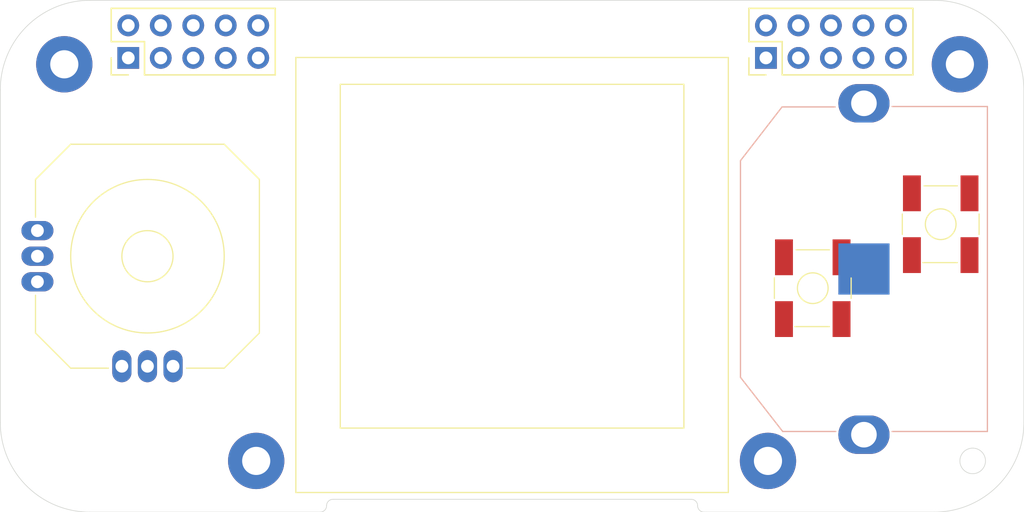
<source format=kicad_pcb>
(kicad_pcb (version 20171130) (host pcbnew 5.1.5)

  (general
    (thickness 1.6)
    (drawings 20)
    (tracks 0)
    (zones 0)
    (modules 11)
    (nets 1)
  )

  (page A4)
  (layers
    (0 F.Cu signal)
    (31 B.Cu signal)
    (32 B.Adhes user)
    (33 F.Adhes user)
    (34 B.Paste user)
    (35 F.Paste user)
    (36 B.SilkS user)
    (37 F.SilkS user)
    (38 B.Mask user)
    (39 F.Mask user)
    (40 Dwgs.User user)
    (41 Cmts.User user)
    (42 Eco1.User user)
    (43 Eco2.User user)
    (44 Edge.Cuts user)
    (45 Margin user)
    (46 B.CrtYd user)
    (47 F.CrtYd user)
    (48 B.Fab user hide)
    (49 F.Fab user hide)
  )

  (setup
    (last_trace_width 0.25)
    (trace_clearance 0.2)
    (zone_clearance 0.508)
    (zone_45_only no)
    (trace_min 0.2)
    (via_size 0.8)
    (via_drill 0.4)
    (via_min_size 0.4)
    (via_min_drill 0.3)
    (uvia_size 0.3)
    (uvia_drill 0.1)
    (uvias_allowed no)
    (uvia_min_size 0.2)
    (uvia_min_drill 0.1)
    (edge_width 0.05)
    (segment_width 0.2)
    (pcb_text_width 0.3)
    (pcb_text_size 1.5 1.5)
    (mod_edge_width 0.12)
    (mod_text_size 1 1)
    (mod_text_width 0.15)
    (pad_size 1.524 1.524)
    (pad_drill 0.762)
    (pad_to_mask_clearance 0.051)
    (solder_mask_min_width 0.25)
    (aux_axis_origin 0 0)
    (grid_origin -40 20)
    (visible_elements FEFFFF7F)
    (pcbplotparams
      (layerselection 0x010fc_ffffffff)
      (usegerberextensions true)
      (usegerberattributes false)
      (usegerberadvancedattributes false)
      (creategerberjobfile false)
      (excludeedgelayer true)
      (linewidth 0.100000)
      (plotframeref false)
      (viasonmask false)
      (mode 1)
      (useauxorigin false)
      (hpglpennumber 1)
      (hpglpenspeed 20)
      (hpglpendiameter 15.000000)
      (psnegative false)
      (psa4output false)
      (plotreference true)
      (plotvalue true)
      (plotinvisibletext false)
      (padsonsilk false)
      (subtractmaskfromsilk false)
      (outputformat 1)
      (mirror false)
      (drillshape 0)
      (scaleselection 1)
      (outputdirectory "../../../../../home/alfonso/Desktop/Gerbers"))
  )

  (net 0 "")

  (net_class Default "This is the default net class."
    (clearance 0.2)
    (trace_width 0.25)
    (via_dia 0.8)
    (via_drill 0.4)
    (uvia_dia 0.3)
    (uvia_drill 0.1)
  )

  (module Connector_PinHeader_2.54mm:PinHeader_2x05_P2.54mm_Vertical (layer F.Cu) (tedit 59FED5CC) (tstamp 5E65BC6A)
    (at 19.84 -15.5 90)
    (descr "Through hole straight pin header, 2x05, 2.54mm pitch, double rows")
    (tags "Through hole pin header THT 2x05 2.54mm double row")
    (fp_text reference REF** (at 1.27 -2.33 90) (layer F.SilkS) hide
      (effects (font (size 1 1) (thickness 0.15)))
    )
    (fp_text value PinHeader_2x05_P2.54mm_Vertical (at 1.27 12.49 90) (layer F.Fab)
      (effects (font (size 1 1) (thickness 0.15)))
    )
    (fp_line (start 0 -1.27) (end 3.81 -1.27) (layer F.Fab) (width 0.1))
    (fp_line (start 3.81 -1.27) (end 3.81 11.43) (layer F.Fab) (width 0.1))
    (fp_line (start 3.81 11.43) (end -1.27 11.43) (layer F.Fab) (width 0.1))
    (fp_line (start -1.27 11.43) (end -1.27 0) (layer F.Fab) (width 0.1))
    (fp_line (start -1.27 0) (end 0 -1.27) (layer F.Fab) (width 0.1))
    (fp_line (start -1.33 11.49) (end 3.87 11.49) (layer F.SilkS) (width 0.12))
    (fp_line (start -1.33 1.27) (end -1.33 11.49) (layer F.SilkS) (width 0.12))
    (fp_line (start 3.87 -1.33) (end 3.87 11.49) (layer F.SilkS) (width 0.12))
    (fp_line (start -1.33 1.27) (end 1.27 1.27) (layer F.SilkS) (width 0.12))
    (fp_line (start 1.27 1.27) (end 1.27 -1.33) (layer F.SilkS) (width 0.12))
    (fp_line (start 1.27 -1.33) (end 3.87 -1.33) (layer F.SilkS) (width 0.12))
    (fp_line (start -1.33 0) (end -1.33 -1.33) (layer F.SilkS) (width 0.12))
    (fp_line (start -1.33 -1.33) (end 0 -1.33) (layer F.SilkS) (width 0.12))
    (fp_line (start -1.8 -1.8) (end -1.8 11.95) (layer F.CrtYd) (width 0.05))
    (fp_line (start -1.8 11.95) (end 4.35 11.95) (layer F.CrtYd) (width 0.05))
    (fp_line (start 4.35 11.95) (end 4.35 -1.8) (layer F.CrtYd) (width 0.05))
    (fp_line (start 4.35 -1.8) (end -1.8 -1.8) (layer F.CrtYd) (width 0.05))
    (fp_text user %R (at 1.27 5.08) (layer F.Fab)
      (effects (font (size 1 1) (thickness 0.15)))
    )
    (pad 1 thru_hole rect (at 0 0 90) (size 1.7 1.7) (drill 1) (layers *.Cu *.Mask))
    (pad 2 thru_hole oval (at 2.54 0 90) (size 1.7 1.7) (drill 1) (layers *.Cu *.Mask))
    (pad 3 thru_hole oval (at 0 2.54 90) (size 1.7 1.7) (drill 1) (layers *.Cu *.Mask))
    (pad 4 thru_hole oval (at 2.54 2.54 90) (size 1.7 1.7) (drill 1) (layers *.Cu *.Mask))
    (pad 5 thru_hole oval (at 0 5.08 90) (size 1.7 1.7) (drill 1) (layers *.Cu *.Mask))
    (pad 6 thru_hole oval (at 2.54 5.08 90) (size 1.7 1.7) (drill 1) (layers *.Cu *.Mask))
    (pad 7 thru_hole oval (at 0 7.62 90) (size 1.7 1.7) (drill 1) (layers *.Cu *.Mask))
    (pad 8 thru_hole oval (at 2.54 7.62 90) (size 1.7 1.7) (drill 1) (layers *.Cu *.Mask))
    (pad 9 thru_hole oval (at 0 10.16 90) (size 1.7 1.7) (drill 1) (layers *.Cu *.Mask))
    (pad 10 thru_hole oval (at 2.54 10.16 90) (size 1.7 1.7) (drill 1) (layers *.Cu *.Mask))
    (model ${KISYS3DMOD}/Connector_PinHeader_2.54mm.3dshapes/PinHeader_2x05_P2.54mm_Vertical.wrl
      (at (xyz 0 0 0))
      (scale (xyz 1 1 1))
      (rotate (xyz 0 0 0))
    )
  )

  (module Connector_PinHeader_2.54mm:PinHeader_2x05_P2.54mm_Vertical (layer F.Cu) (tedit 59FED5CC) (tstamp 5E65BD2E)
    (at -30 -15.5 90)
    (descr "Through hole straight pin header, 2x05, 2.54mm pitch, double rows")
    (tags "Through hole pin header THT 2x05 2.54mm double row")
    (fp_text reference REF** (at 1.27 -2.33 90) (layer F.SilkS) hide
      (effects (font (size 1 1) (thickness 0.15)))
    )
    (fp_text value PinHeader_2x05_P2.54mm_Vertical (at 1.27 12.49 90) (layer F.Fab)
      (effects (font (size 1 1) (thickness 0.15)))
    )
    (fp_text user %R (at 1.27 5.08) (layer F.Fab)
      (effects (font (size 1 1) (thickness 0.15)))
    )
    (fp_line (start 4.35 -1.8) (end -1.8 -1.8) (layer F.CrtYd) (width 0.05))
    (fp_line (start 4.35 11.95) (end 4.35 -1.8) (layer F.CrtYd) (width 0.05))
    (fp_line (start -1.8 11.95) (end 4.35 11.95) (layer F.CrtYd) (width 0.05))
    (fp_line (start -1.8 -1.8) (end -1.8 11.95) (layer F.CrtYd) (width 0.05))
    (fp_line (start -1.33 -1.33) (end 0 -1.33) (layer F.SilkS) (width 0.12))
    (fp_line (start -1.33 0) (end -1.33 -1.33) (layer F.SilkS) (width 0.12))
    (fp_line (start 1.27 -1.33) (end 3.87 -1.33) (layer F.SilkS) (width 0.12))
    (fp_line (start 1.27 1.27) (end 1.27 -1.33) (layer F.SilkS) (width 0.12))
    (fp_line (start -1.33 1.27) (end 1.27 1.27) (layer F.SilkS) (width 0.12))
    (fp_line (start 3.87 -1.33) (end 3.87 11.49) (layer F.SilkS) (width 0.12))
    (fp_line (start -1.33 1.27) (end -1.33 11.49) (layer F.SilkS) (width 0.12))
    (fp_line (start -1.33 11.49) (end 3.87 11.49) (layer F.SilkS) (width 0.12))
    (fp_line (start -1.27 0) (end 0 -1.27) (layer F.Fab) (width 0.1))
    (fp_line (start -1.27 11.43) (end -1.27 0) (layer F.Fab) (width 0.1))
    (fp_line (start 3.81 11.43) (end -1.27 11.43) (layer F.Fab) (width 0.1))
    (fp_line (start 3.81 -1.27) (end 3.81 11.43) (layer F.Fab) (width 0.1))
    (fp_line (start 0 -1.27) (end 3.81 -1.27) (layer F.Fab) (width 0.1))
    (pad 10 thru_hole oval (at 2.54 10.16 90) (size 1.7 1.7) (drill 1) (layers *.Cu *.Mask))
    (pad 9 thru_hole oval (at 0 10.16 90) (size 1.7 1.7) (drill 1) (layers *.Cu *.Mask))
    (pad 8 thru_hole oval (at 2.54 7.62 90) (size 1.7 1.7) (drill 1) (layers *.Cu *.Mask))
    (pad 7 thru_hole oval (at 0 7.62 90) (size 1.7 1.7) (drill 1) (layers *.Cu *.Mask))
    (pad 6 thru_hole oval (at 2.54 5.08 90) (size 1.7 1.7) (drill 1) (layers *.Cu *.Mask))
    (pad 5 thru_hole oval (at 0 5.08 90) (size 1.7 1.7) (drill 1) (layers *.Cu *.Mask))
    (pad 4 thru_hole oval (at 2.54 2.54 90) (size 1.7 1.7) (drill 1) (layers *.Cu *.Mask))
    (pad 3 thru_hole oval (at 0 2.54 90) (size 1.7 1.7) (drill 1) (layers *.Cu *.Mask))
    (pad 2 thru_hole oval (at 2.54 0 90) (size 1.7 1.7) (drill 1) (layers *.Cu *.Mask))
    (pad 1 thru_hole rect (at 0 0 90) (size 1.7 1.7) (drill 1) (layers *.Cu *.Mask))
    (model ${KISYS3DMOD}/Connector_PinHeader_2.54mm.3dshapes/PinHeader_2x05_P2.54mm_Vertical.wrl
      (at (xyz 0 0 0))
      (scale (xyz 1 1 1))
      (rotate (xyz 0 0 0))
    )
  )

  (module Alfonso:Bat_Holder_2450_BK-5033 (layer B.Cu) (tedit 5E63CCD1) (tstamp 5E5F1665)
    (at 27.5 1 90)
    (fp_text reference REF** (at 0 6.9 -90) (layer B.SilkS) hide
      (effects (font (size 1 1) (thickness 0.15)) (justify mirror))
    )
    (fp_text value Bat_Holder_2450_BK-5033 (at 0 7.9 -90) (layer B.Fab)
      (effects (font (size 1 1) (thickness 0.15)) (justify mirror))
    )
    (fp_line (start 12.666667 -6.4) (end 12.666667 -2.25) (layer B.SilkS) (width 0.1))
    (fp_line (start -12.7 -6.35) (end -12.7 -2.2) (layer B.SilkS) (width 0.1))
    (fp_circle (center 0 0) (end 12 0) (layer B.Fab) (width 0.1))
    (fp_line (start -12.7 9.65) (end -12.7 2.2) (layer B.SilkS) (width 0.1))
    (fp_line (start -8.466667 -9.65) (end -12.7 -6.35) (layer B.SilkS) (width 0.1))
    (fp_line (start -8.466667 -9.65) (end 8.466667 -9.65) (layer B.SilkS) (width 0.1))
    (fp_line (start 12.666667 -6.4) (end 8.466667 -9.65) (layer B.SilkS) (width 0.1))
    (fp_line (start 12.7 9.65) (end 12.7 2.2) (layer B.SilkS) (width 0.1))
    (fp_line (start -12.7 9.65) (end 12.7 9.65) (layer B.SilkS) (width 0.1))
    (pad 2 smd rect (at 0 0 90) (size 4 4) (layers B.Cu B.Paste B.Mask))
    (pad 1 thru_hole oval (at 12.95 0 90) (size 3 4) (drill 2) (layers *.Cu *.Mask))
    (pad 1 thru_hole oval (at -12.95 0 90) (size 3 4) (drill 2) (layers *.Cu *.Mask))
  )

  (module Alfonso:Button-SMD-6x6-Cap (layer F.Cu) (tedit 5E63BAC7) (tstamp 5E6420D4)
    (at 33.5 -2.5 90)
    (attr smd)
    (fp_text reference S? (at 0 -5 90) (layer F.SilkS) hide
      (effects (font (size 1 1) (thickness 0.15)))
    )
    (fp_text value Button-SMD-6x6 (at 0 5 90) (layer F.Fab)
      (effects (font (size 1 1) (thickness 0.15)))
    )
    (fp_circle (center 0 0) (end 1.2 0) (layer F.SilkS) (width 0.1))
    (fp_line (start -3 1.3) (end -3 -1.4) (layer F.SilkS) (width 0.1))
    (fp_line (start 0.8 3) (end -0.8 3) (layer F.SilkS) (width 0.1))
    (fp_line (start 3 -1.3) (end 3 1.3) (layer F.SilkS) (width 0.1))
    (fp_line (start -0.8 -3) (end 0.8 -3) (layer F.SilkS) (width 0.1))
    (fp_circle (center 0 0) (end 4 0) (layer F.Fab) (width 0.1))
    (pad 2 smd rect (at 2.415 2.25 90) (size 2.8 1.4) (layers F.Cu F.Paste F.Mask))
    (pad 2 smd rect (at -2.415 2.25 90) (size 2.8 1.4) (layers F.Cu F.Paste F.Mask))
    (pad 1 smd rect (at 2.415 -2.25 90) (size 2.8 1.4) (layers F.Cu F.Paste F.Mask))
    (pad 1 smd rect (at -2.415 -2.25 90) (size 2.8 1.4) (layers F.Cu F.Paste F.Mask))
    (model ${KISYS3DMOD}/Button_Switch_SMD.3dshapes/SW_SPST_TL3305B.wrl
      (at (xyz 0 0 0))
      (scale (xyz 1 1 1))
      (rotate (xyz 0 0 0))
    )
  )

  (module Alfonso:Button-SMD-6x6-Cap (layer F.Cu) (tedit 5E63BAC7) (tstamp 5E64209B)
    (at 23.5 2.5 90)
    (attr smd)
    (fp_text reference S? (at 0 -5 90) (layer F.SilkS) hide
      (effects (font (size 1 1) (thickness 0.15)))
    )
    (fp_text value Button-SMD-6x6 (at 0 5 90) (layer F.Fab)
      (effects (font (size 1 1) (thickness 0.15)))
    )
    (fp_circle (center 0 0) (end 4 0) (layer F.Fab) (width 0.1))
    (fp_line (start -0.8 -3) (end 0.8 -3) (layer F.SilkS) (width 0.1))
    (fp_line (start 3 -1.3) (end 3 1.3) (layer F.SilkS) (width 0.1))
    (fp_line (start 0.8 3) (end -0.8 3) (layer F.SilkS) (width 0.1))
    (fp_line (start -3 1.3) (end -3 -1.4) (layer F.SilkS) (width 0.1))
    (fp_circle (center 0 0) (end 1.2 0) (layer F.SilkS) (width 0.1))
    (pad 1 smd rect (at -2.415 -2.25 90) (size 2.8 1.4) (layers F.Cu F.Paste F.Mask))
    (pad 1 smd rect (at 2.415 -2.25 90) (size 2.8 1.4) (layers F.Cu F.Paste F.Mask))
    (pad 2 smd rect (at -2.415 2.25 90) (size 2.8 1.4) (layers F.Cu F.Paste F.Mask))
    (pad 2 smd rect (at 2.415 2.25 90) (size 2.8 1.4) (layers F.Cu F.Paste F.Mask))
    (model ${KISYS3DMOD}/Button_Switch_SMD.3dshapes/SW_SPST_TL3305B.wrl
      (at (xyz 0 0 0))
      (scale (xyz 1 1 1))
      (rotate (xyz 0 0 0))
    )
  )

  (module MountingHole:MountingHole_2.2mm_M2_Pad locked (layer F.Cu) (tedit 56D1B4CB) (tstamp 5E5BFE17)
    (at -20 16)
    (descr "Mounting Hole 2.2mm, M2")
    (tags "mounting hole 2.2mm m2")
    (attr virtual)
    (fp_text reference REF** (at 0 -3.2) (layer F.SilkS) hide
      (effects (font (size 1 1) (thickness 0.15)))
    )
    (fp_text value MountingHole_2.2mm_M2_Pad (at 0 3.2) (layer F.Fab)
      (effects (font (size 1 1) (thickness 0.15)))
    )
    (fp_text user %R (at 0.3 0) (layer F.Fab)
      (effects (font (size 1 1) (thickness 0.15)))
    )
    (fp_circle (center 0 0) (end 2.2 0) (layer Cmts.User) (width 0.15))
    (fp_circle (center 0 0) (end 2.45 0) (layer F.CrtYd) (width 0.05))
    (pad 1 thru_hole circle (at 0 0) (size 4.4 4.4) (drill 2.2) (layers *.Cu *.Mask))
  )

  (module MountingHole:MountingHole_2.2mm_M2_Pad locked (layer F.Cu) (tedit 56D1B4CB) (tstamp 5E5BFE17)
    (at 20 16)
    (descr "Mounting Hole 2.2mm, M2")
    (tags "mounting hole 2.2mm m2")
    (attr virtual)
    (fp_text reference REF** (at 0 -3.2) (layer F.SilkS) hide
      (effects (font (size 1 1) (thickness 0.15)))
    )
    (fp_text value MountingHole_2.2mm_M2_Pad (at 0 3.2) (layer F.Fab)
      (effects (font (size 1 1) (thickness 0.15)))
    )
    (fp_text user %R (at 0.3 0) (layer F.Fab)
      (effects (font (size 1 1) (thickness 0.15)))
    )
    (fp_circle (center 0 0) (end 2.2 0) (layer Cmts.User) (width 0.15))
    (fp_circle (center 0 0) (end 2.45 0) (layer F.CrtYd) (width 0.05))
    (pad 1 thru_hole circle (at 0 0) (size 4.4 4.4) (drill 2.2) (layers *.Cu *.Mask))
  )

  (module MountingHole:MountingHole_2.2mm_M2_Pad locked (layer F.Cu) (tedit 56D1B4CB) (tstamp 5E5BFE17)
    (at 35 -15)
    (descr "Mounting Hole 2.2mm, M2")
    (tags "mounting hole 2.2mm m2")
    (attr virtual)
    (fp_text reference REF** (at 0 -3.2) (layer F.SilkS) hide
      (effects (font (size 1 1) (thickness 0.15)))
    )
    (fp_text value MountingHole_2.2mm_M2_Pad (at 0 3.2) (layer F.Fab)
      (effects (font (size 1 1) (thickness 0.15)))
    )
    (fp_text user %R (at 0.3 0) (layer F.Fab)
      (effects (font (size 1 1) (thickness 0.15)))
    )
    (fp_circle (center 0 0) (end 2.2 0) (layer Cmts.User) (width 0.15))
    (fp_circle (center 0 0) (end 2.45 0) (layer F.CrtYd) (width 0.05))
    (pad 1 thru_hole circle (at 0 0) (size 4.4 4.4) (drill 2.2) (layers *.Cu *.Mask))
  )

  (module MountingHole:MountingHole_2.2mm_M2_Pad locked (layer F.Cu) (tedit 56D1B4CB) (tstamp 5E5C9227)
    (at -35 -15)
    (descr "Mounting Hole 2.2mm, M2")
    (tags "mounting hole 2.2mm m2")
    (attr virtual)
    (fp_text reference REF** (at 0 -3.2) (layer F.SilkS) hide
      (effects (font (size 1 1) (thickness 0.15)))
    )
    (fp_text value MountingHole_2.2mm_M2_Pad (at 0 3.2) (layer F.Fab)
      (effects (font (size 1 1) (thickness 0.15)))
    )
    (fp_circle (center 0 0) (end 2.45 0) (layer F.CrtYd) (width 0.05))
    (fp_circle (center 0 0) (end 2.2 0) (layer Cmts.User) (width 0.15))
    (fp_text user %R (at 0.3 0) (layer F.Fab)
      (effects (font (size 1 1) (thickness 0.15)))
    )
    (pad 1 thru_hole circle (at 0 0) (size 4.4 4.4) (drill 2.2) (layers *.Cu *.Mask))
  )

  (module Alfonso:Pot_FJ08K-N (layer F.Cu) (tedit 5E5BA173) (tstamp 5E5C3160)
    (at -28.5 0 180)
    (fp_text reference VR (at 0 -10.575) (layer F.SilkS) hide
      (effects (font (size 1 1) (thickness 0.15)))
    )
    (fp_text value Pot_FJ08K-N (at 0 -12.075) (layer F.Fab)
      (effects (font (size 1 1) (thickness 0.15)))
    )
    (fp_line (start 8.75 6) (end 8.75 3.05) (layer F.SilkS) (width 0.1))
    (fp_line (start 8.75 -6) (end 8.75 -3.05) (layer F.SilkS) (width 0.1))
    (fp_line (start 6 -8.75) (end 3.05 -8.75) (layer F.SilkS) (width 0.1))
    (fp_circle (center 0 0) (end 2 0) (layer F.SilkS) (width 0.1))
    (fp_circle (center 0 0) (end 6 0) (layer F.SilkS) (width 0.1))
    (fp_line (start -6 -8.75) (end -8.75 -6) (layer F.SilkS) (width 0.1))
    (fp_line (start -6 8.75) (end -8.75 6) (layer F.SilkS) (width 0.1))
    (fp_line (start 8.75 6) (end 6 8.75) (layer F.SilkS) (width 0.1))
    (fp_line (start 6 -8.75) (end 8.75 -6) (layer F.SilkS) (width 0.1))
    (fp_line (start -8.75 -6) (end -8.75 6) (layer F.SilkS) (width 0.1))
    (fp_line (start -6 8.75) (end 6 8.75) (layer F.SilkS) (width 0.1))
    (fp_line (start -6 -8.75) (end -3.05 -8.75) (layer F.SilkS) (width 0.1))
    (pad "" np_thru_hole circle (at 6 6 180) (size 1.5 1.5) (drill 1.5) (layers *.Cu *.Mask))
    (pad "" np_thru_hole circle (at -6 -6 180) (size 1.5 1.5) (drill 1.5) (layers *.Cu *.Mask))
    (pad 6 thru_hole oval (at 8.6 -2) (size 2.5 1.5) (drill 1) (layers *.Cu *.Mask))
    (pad 5 thru_hole oval (at 8.6 0) (size 2.5 1.5) (drill 1) (layers *.Cu *.Mask))
    (pad 4 thru_hole oval (at 8.6 2) (size 2.5 1.5) (drill 1) (layers *.Cu *.Mask))
    (pad 3 thru_hole oval (at -2 -8.6 270) (size 2.5 1.5) (drill 1) (layers *.Cu *.Mask))
    (pad 2 thru_hole oval (at 0 -8.6 270) (size 2.5 1.5) (drill 1) (layers *.Cu *.Mask))
    (pad 1 thru_hole oval (at 2 -8.6 90) (size 2.5 1.5) (drill 1) (layers *.Cu *.Mask))
  )

  (module Alfonso:Display_OLED_SSD1351_1.5_128x128 (layer F.Cu) (tedit 5E5976DE) (tstamp 5E5C96EF)
    (at 0 0)
    (fp_text reference REF** (at 0 12) (layer F.SilkS) hide
      (effects (font (size 1 1) (thickness 0.15)))
    )
    (fp_text value Display_OLED_SSD1351_1.5_128x128 (at 0 -18) (layer F.Fab)
      (effects (font (size 1 1) (thickness 0.15)))
    )
    (fp_line (start 13.4275 -13.432) (end 13.4275 13.432) (layer F.SilkS) (width 0.1))
    (fp_line (start -13.4275 -13.432) (end -13.4275 13.432) (layer F.SilkS) (width 0.1))
    (fp_line (start -13.4275 13.432) (end 13.4275 13.432) (layer F.SilkS) (width 0.1))
    (fp_line (start -13.4275 -13.432) (end 13.4275 -13.432) (layer F.SilkS) (width 0.1))
    (fp_line (start -16.9 -15.532) (end -16.9 18.468) (layer F.SilkS) (width 0.1))
    (fp_line (start -16.9 18.468) (end 16.9 18.468) (layer F.SilkS) (width 0.1))
    (fp_line (start 16.9 -15.532) (end 16.9 18.468) (layer F.SilkS) (width 0.1))
    (fp_line (start -16.9 -15.532) (end 16.9 -15.532) (layer F.SilkS) (width 0.1))
  )

  (gr_line (start -15 20) (end -33 20) (layer Edge.Cuts) (width 0.05) (tstamp 5E65C790))
  (gr_line (start 15 20) (end 33 20) (layer Edge.Cuts) (width 0.05) (tstamp 5E65C78F))
  (gr_arc (start 15 19.5) (end 14.5 19.5) (angle -90) (layer Edge.Cuts) (width 0.05))
  (gr_arc (start 14 19.5) (end 14.5 19.5) (angle -90) (layer Edge.Cuts) (width 0.05))
  (gr_arc (start -15 19.5) (end -15 20) (angle -90) (layer Edge.Cuts) (width 0.05))
  (gr_arc (start -14 19.5) (end -14 19) (angle -90) (layer Edge.Cuts) (width 0.05))
  (gr_line (start -14 19) (end 14 19) (layer Edge.Cuts) (width 0.05))
  (dimension 80 (width 0.15) (layer F.Fab) (tstamp 5E6483F5)
    (gr_text "80,000 mm" (at 132.7 17.3) (layer F.Fab) (tstamp 5E6483F5)
      (effects (font (size 1 1) (thickness 0.15)))
    )
    (feature1 (pts (xy 172.7 0.5) (xy 172.7 16.586421)))
    (feature2 (pts (xy 92.7 0.5) (xy 92.7 16.586421)))
    (crossbar (pts (xy 92.7 16) (xy 172.7 16)))
    (arrow1a (pts (xy 172.7 16) (xy 171.573496 16.586421)))
    (arrow1b (pts (xy 172.7 16) (xy 171.573496 15.413579)))
    (arrow2a (pts (xy 92.7 16) (xy 93.826504 16.586421)))
    (arrow2b (pts (xy 92.7 16) (xy 93.826504 15.413579)))
  )
  (gr_text "Dejar hueco en el acrilico para la pestaña central\ndel conector SWD, como en la de nano 0" (at 136.2 23) (layer F.Fab) (tstamp 5E6483A9)
    (effects (font (size 1.5 1.5) (thickness 0.3)))
  )
  (gr_text "Dejar hueco en el acrilico para la pestaña central\ndel conector SWD, como en la de nano 0" (at 3.5 32.5) (layer F.Fab)
    (effects (font (size 1.5 1.5) (thickness 0.3)))
  )
  (gr_circle (center 36 16) (end 37 16) (layer Edge.Cuts) (width 0.05))
  (dimension 80 (width 0.15) (layer F.Fab)
    (gr_text "80,000 mm" (at 0 26.8) (layer F.Fab)
      (effects (font (size 1 1) (thickness 0.15)))
    )
    (feature1 (pts (xy 40 10) (xy 40 26.086421)))
    (feature2 (pts (xy -40 10) (xy -40 26.086421)))
    (crossbar (pts (xy -40 25.5) (xy 40 25.5)))
    (arrow1a (pts (xy 40 25.5) (xy 38.873496 26.086421)))
    (arrow1b (pts (xy 40 25.5) (xy 38.873496 24.913579)))
    (arrow2a (pts (xy -40 25.5) (xy -38.873496 26.086421)))
    (arrow2b (pts (xy -40 25.5) (xy -38.873496 24.913579)))
  )
  (dimension 40 (width 0.12) (layer F.Fab)
    (gr_text "40,000 mm" (at 46.27 -1.5 270) (layer F.Fab)
      (effects (font (size 1 1) (thickness 0.15)))
    )
    (feature1 (pts (xy 26.5 18.5) (xy 45.586421 18.5)))
    (feature2 (pts (xy 26.5 -21.5) (xy 45.586421 -21.5)))
    (crossbar (pts (xy 45 -21.5) (xy 45 18.5)))
    (arrow1a (pts (xy 45 18.5) (xy 44.413579 17.373496)))
    (arrow1b (pts (xy 45 18.5) (xy 45.586421 17.373496)))
    (arrow2a (pts (xy 45 -21.5) (xy 44.413579 -20.373496)))
    (arrow2b (pts (xy 45 -21.5) (xy 45.586421 -20.373496)))
  )
  (gr_arc (start 33 -13) (end 40 -13) (angle -90) (layer Edge.Cuts) (width 0.05))
  (gr_arc (start 33 13) (end 33 20) (angle -90) (layer Edge.Cuts) (width 0.05) (tstamp 5E59CCE5))
  (gr_arc (start -33 13) (end -40 13) (angle -90) (layer Edge.Cuts) (width 0.05) (tstamp 5E59CCE5))
  (gr_arc (start -33 -13) (end -33 -20) (angle -90) (layer Edge.Cuts) (width 0.05) (tstamp 5E59CCE5))
  (gr_line (start -40 -13) (end -40 13) (layer Edge.Cuts) (width 0.05) (tstamp 5E596DE7))
  (gr_line (start -33 -20) (end 33 -20) (layer Edge.Cuts) (width 0.05) (tstamp 5E5C91C8))
  (gr_line (start 40 -13) (end 40 13) (layer Edge.Cuts) (width 0.05))

)

</source>
